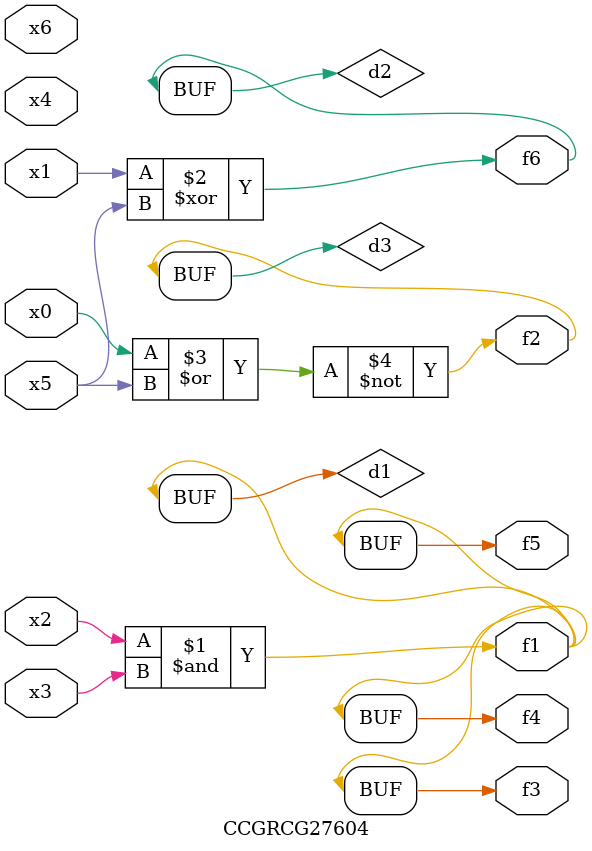
<source format=v>
module CCGRCG27604(
	input x0, x1, x2, x3, x4, x5, x6,
	output f1, f2, f3, f4, f5, f6
);

	wire d1, d2, d3;

	and (d1, x2, x3);
	xor (d2, x1, x5);
	nor (d3, x0, x5);
	assign f1 = d1;
	assign f2 = d3;
	assign f3 = d1;
	assign f4 = d1;
	assign f5 = d1;
	assign f6 = d2;
endmodule

</source>
